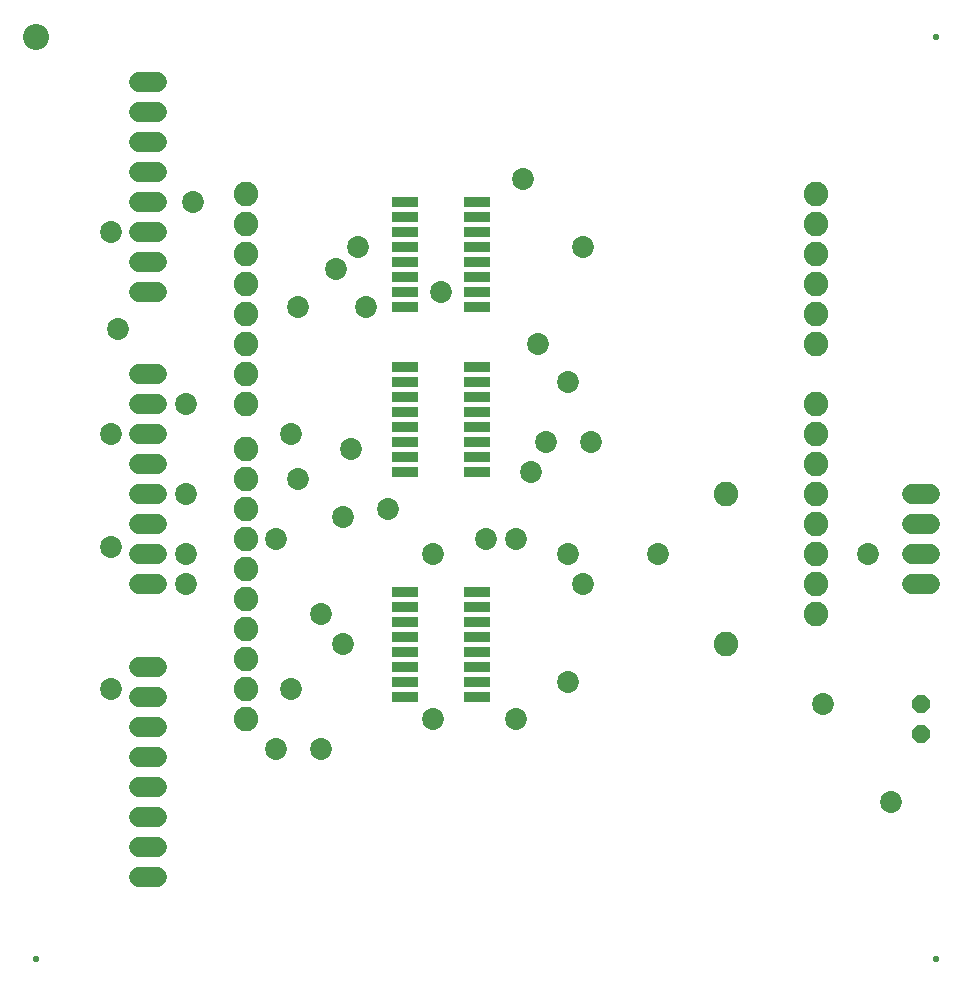
<source format=gbr>
G04 EAGLE Gerber X2 export*
%TF.Part,Single*%
%TF.FileFunction,Soldermask,Top,1*%
%TF.FilePolarity,Negative*%
%TF.GenerationSoftware,Autodesk,EAGLE,9.0.0*%
%TF.CreationDate,2018-10-21T06:38:59Z*%
G75*
%MOMM*%
%FSLAX34Y34*%
%LPD*%
%AMOC8*
5,1,8,0,0,1.08239X$1,22.5*%
G01*
%ADD10C,2.203200*%
%ADD11C,0.553200*%
%ADD12R,2.235200X0.863600*%
%ADD13C,2.082800*%
%ADD14C,1.727200*%
%ADD15P,1.649562X8X112.500000*%
%ADD16C,1.854200*%


D10*
X228600Y857250D03*
D11*
X228600Y76200D03*
X990600Y76200D03*
X990600Y857250D03*
D12*
X602234Y298450D03*
X540766Y298450D03*
X602234Y311150D03*
X602234Y323850D03*
X540766Y311150D03*
X540766Y323850D03*
X602234Y336550D03*
X540766Y336550D03*
X602234Y349250D03*
X540766Y349250D03*
X602234Y361950D03*
X602234Y374650D03*
X540766Y361950D03*
X540766Y374650D03*
X602234Y387350D03*
X540766Y387350D03*
X602234Y488950D03*
X540766Y488950D03*
X602234Y501650D03*
X602234Y514350D03*
X540766Y501650D03*
X540766Y514350D03*
X602234Y527050D03*
X540766Y527050D03*
X602234Y539750D03*
X540766Y539750D03*
X602234Y552450D03*
X602234Y565150D03*
X540766Y552450D03*
X540766Y565150D03*
X602234Y577850D03*
X540766Y577850D03*
X540766Y717550D03*
X602234Y717550D03*
X540766Y704850D03*
X540766Y692150D03*
X602234Y704850D03*
X602234Y692150D03*
X540766Y679450D03*
X602234Y679450D03*
X540766Y666750D03*
X602234Y666750D03*
X540766Y654050D03*
X540766Y641350D03*
X602234Y654050D03*
X602234Y641350D03*
X540766Y628650D03*
X602234Y628650D03*
D13*
X889000Y419100D03*
X889000Y444500D03*
X889000Y469900D03*
X889000Y495300D03*
X889000Y520700D03*
X889000Y546100D03*
X889000Y596900D03*
X889000Y622300D03*
X889000Y647700D03*
X889000Y673100D03*
X889000Y698500D03*
X889000Y723900D03*
X406400Y723900D03*
X406400Y698500D03*
X406400Y673100D03*
X406400Y647700D03*
X406400Y622300D03*
X406400Y596900D03*
X406400Y571500D03*
X406400Y546100D03*
X406400Y508000D03*
X406400Y482600D03*
X406400Y457200D03*
X406400Y431800D03*
X406400Y406400D03*
X406400Y381000D03*
X406400Y355600D03*
X406400Y330200D03*
X406400Y304800D03*
X406400Y279400D03*
X889000Y393700D03*
X889000Y368300D03*
D14*
X331470Y819150D02*
X316230Y819150D01*
X316230Y793750D02*
X331470Y793750D01*
X331470Y768350D02*
X316230Y768350D01*
X316230Y742950D02*
X331470Y742950D01*
X331470Y717550D02*
X316230Y717550D01*
X316230Y692150D02*
X331470Y692150D01*
X331470Y666750D02*
X316230Y666750D01*
X316230Y641350D02*
X331470Y641350D01*
X970280Y469900D02*
X985520Y469900D01*
X985520Y444500D02*
X970280Y444500D01*
X970280Y419100D02*
X985520Y419100D01*
X985520Y393700D02*
X970280Y393700D01*
X331470Y146050D02*
X316230Y146050D01*
X316230Y171450D02*
X331470Y171450D01*
X331470Y196850D02*
X316230Y196850D01*
X316230Y222250D02*
X331470Y222250D01*
X331470Y247650D02*
X316230Y247650D01*
X316230Y273050D02*
X331470Y273050D01*
X331470Y298450D02*
X316230Y298450D01*
X316230Y323850D02*
X331470Y323850D01*
X331470Y393700D02*
X316230Y393700D01*
X316230Y419100D02*
X331470Y419100D01*
X331470Y444500D02*
X316230Y444500D01*
X316230Y469900D02*
X331470Y469900D01*
X331470Y495300D02*
X316230Y495300D01*
X316230Y520700D02*
X331470Y520700D01*
X331470Y546100D02*
X316230Y546100D01*
X316230Y571500D02*
X331470Y571500D01*
D15*
X977900Y266700D03*
X977900Y292100D03*
D13*
X812800Y342900D03*
X812800Y469900D03*
D16*
X679450Y565023D03*
X571500Y641350D03*
X679450Y419100D03*
X895350Y292100D03*
X692150Y393700D03*
X508000Y628650D03*
X653923Y596900D03*
X469900Y368300D03*
X565150Y419100D03*
X527050Y457200D03*
X641350Y736600D03*
X450850Y628650D03*
X692150Y679577D03*
X501650Y679323D03*
X298450Y609600D03*
X482600Y660400D03*
X292100Y692150D03*
X488950Y342900D03*
X361950Y717550D03*
X469900Y254000D03*
X565023Y279400D03*
X635000Y279400D03*
X679450Y311150D03*
X450850Y482600D03*
X444500Y520700D03*
X355600Y546100D03*
X495300Y508000D03*
X488950Y450850D03*
X292100Y520700D03*
X609600Y431800D03*
X355600Y469900D03*
X698500Y514223D03*
X755650Y419100D03*
X292100Y304800D03*
X292100Y425450D03*
X635000Y431800D03*
X355600Y419100D03*
X660400Y514350D03*
X355600Y393700D03*
X431800Y431800D03*
X647700Y488950D03*
X444500Y304800D03*
X933450Y419100D03*
X952500Y209550D03*
X431800Y254000D03*
M02*

</source>
